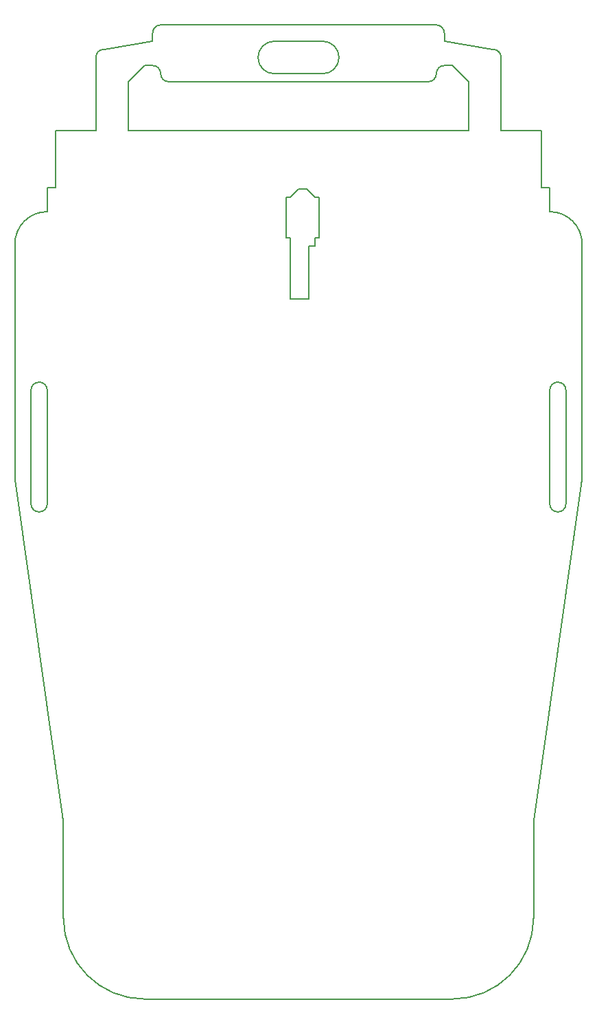
<source format=gm1>
G04 #@! TF.FileFunction,Profile,NP*
%FSLAX46Y46*%
G04 Gerber Fmt 4.6, Leading zero omitted, Abs format (unit mm)*
G04 Created by KiCad (PCBNEW 4.0.6-e0-6349~53~ubuntu16.04.1) date Fri Jul 21 01:06:48 2017*
%MOMM*%
%LPD*%
G01*
G04 APERTURE LIST*
%ADD10C,0.100000*%
%ADD11C,0.150000*%
G04 APERTURE END LIST*
D10*
D11*
X135000000Y-61250000D02*
X135000000Y-68750000D01*
X134500000Y-61250000D02*
X135000000Y-61250000D01*
X134500000Y-56250000D02*
X134500000Y-61250000D01*
X135000000Y-56250000D02*
X134500000Y-56250000D01*
X136000000Y-55250000D02*
X135000000Y-56250000D01*
X137000000Y-55250000D02*
X136000000Y-55250000D01*
X138000000Y-56250000D02*
X137000000Y-55250000D01*
X138500000Y-56250000D02*
X138000000Y-56250000D01*
X138500000Y-61250000D02*
X138500000Y-56250000D01*
X138000000Y-61250000D02*
X138500000Y-61250000D01*
X138000000Y-62250000D02*
X138000000Y-61250000D01*
X137250000Y-62250000D02*
X138000000Y-62250000D01*
X137250000Y-68750000D02*
X137250000Y-62250000D01*
X135000000Y-68750000D02*
X137250000Y-68750000D01*
X133000000Y-41000000D02*
X139000000Y-41000000D01*
X139000000Y-37000000D02*
X133000000Y-37000000D01*
X131000000Y-39000000D02*
G75*
G03X133000000Y-41000000I2000000J0D01*
G01*
X133000000Y-37000000D02*
G75*
G03X131000000Y-39000000I0J-2000000D01*
G01*
X139000000Y-41000000D02*
G75*
G03X141000000Y-39000000I0J2000000D01*
G01*
X141000000Y-39000000D02*
G75*
G03X139000000Y-37000000I-2000000J0D01*
G01*
X167000000Y-80000000D02*
X167000000Y-94000000D01*
X169000000Y-94000000D02*
X169000000Y-80000000D01*
X168000000Y-79000000D02*
G75*
G03X167000000Y-80000000I0J-1000000D01*
G01*
X169000000Y-80000000D02*
G75*
G03X168000000Y-79000000I-1000000J0D01*
G01*
X167000000Y-94000000D02*
G75*
G03X168000000Y-95000000I1000000J0D01*
G01*
X168000000Y-95000000D02*
G75*
G03X169000000Y-94000000I0J1000000D01*
G01*
X103000000Y-80000000D02*
X103000000Y-94000000D01*
X105000000Y-94000000D02*
X105000000Y-80000000D01*
X103000000Y-94000000D02*
G75*
G03X104000000Y-95000000I1000000J0D01*
G01*
X104000000Y-95000000D02*
G75*
G03X105000000Y-94000000I0J1000000D01*
G01*
X104000000Y-79000000D02*
G75*
G03X103000000Y-80000000I0J-1000000D01*
G01*
X105000000Y-80000000D02*
G75*
G03X104000000Y-79000000I-1000000J0D01*
G01*
X160000000Y-38000000D02*
X154000000Y-37000000D01*
X161000000Y-39000000D02*
G75*
G03X160000000Y-38000000I-1000000J0D01*
G01*
X161000000Y-48000000D02*
X161000000Y-39000000D01*
X112000000Y-38000000D02*
X118000000Y-37000000D01*
X112000000Y-38000000D02*
G75*
G03X111000000Y-39000000I0J-1000000D01*
G01*
X111000000Y-48000000D02*
X111000000Y-39000000D01*
X152000000Y-42000000D02*
X120000000Y-42000000D01*
X155000000Y-40000000D02*
X154000000Y-40000000D01*
X157000000Y-42000000D02*
X155000000Y-40000000D01*
X157000000Y-48000000D02*
X157000000Y-42000000D01*
X115000000Y-48000000D02*
X157000000Y-48000000D01*
X115000000Y-42000000D02*
X115000000Y-48000000D01*
X117000000Y-40000000D02*
X115000000Y-42000000D01*
X118000000Y-40000000D02*
X117000000Y-40000000D01*
X119000000Y-41000000D02*
G75*
G03X120000000Y-42000000I1000000J0D01*
G01*
X119000000Y-41000000D02*
G75*
G03X118000000Y-40000000I-1000000J0D01*
G01*
X152000000Y-42000000D02*
G75*
G03X153000000Y-41000000I0J1000000D01*
G01*
X154000000Y-40000000D02*
G75*
G03X153000000Y-41000000I0J-1000000D01*
G01*
X154000000Y-36000000D02*
G75*
G03X153000000Y-35000000I-1000000J0D01*
G01*
X119000000Y-35000000D02*
X153000000Y-35000000D01*
X119000000Y-35000000D02*
G75*
G03X118000000Y-36000000I0J-1000000D01*
G01*
X118000000Y-37000000D02*
X118000000Y-36000000D01*
X106000000Y-48000000D02*
X111000000Y-48000000D01*
X106000000Y-55000000D02*
X106000000Y-48000000D01*
X105000000Y-55000000D02*
X106000000Y-55000000D01*
X105000000Y-58000000D02*
X105000000Y-55000000D01*
X105000000Y-58000000D02*
G75*
G03X101000000Y-62000000I0J-4000000D01*
G01*
X101000000Y-91000000D02*
X101000000Y-62000000D01*
X107000000Y-133000000D02*
X101000000Y-91000000D01*
X107000000Y-145000000D02*
X107000000Y-133000000D01*
X107000000Y-145000000D02*
G75*
G03X117000000Y-155000000I10000000J0D01*
G01*
X155000000Y-155000000D02*
X117000000Y-155000000D01*
X155000000Y-155000000D02*
G75*
G03X165000000Y-145000000I0J10000000D01*
G01*
X165000000Y-133000000D02*
X165000000Y-145000000D01*
X171000000Y-91000000D02*
X165000000Y-133000000D01*
X171000000Y-62000000D02*
X171000000Y-91000000D01*
X171000000Y-62000000D02*
G75*
G03X167000000Y-58000000I-4000000J0D01*
G01*
X167000000Y-55000000D02*
X167000000Y-58000000D01*
X166000000Y-55000000D02*
X167000000Y-55000000D01*
X166000000Y-48000000D02*
X166000000Y-55000000D01*
X161000000Y-48000000D02*
X166000000Y-48000000D01*
X154000000Y-36000000D02*
X154000000Y-37000000D01*
M02*

</source>
